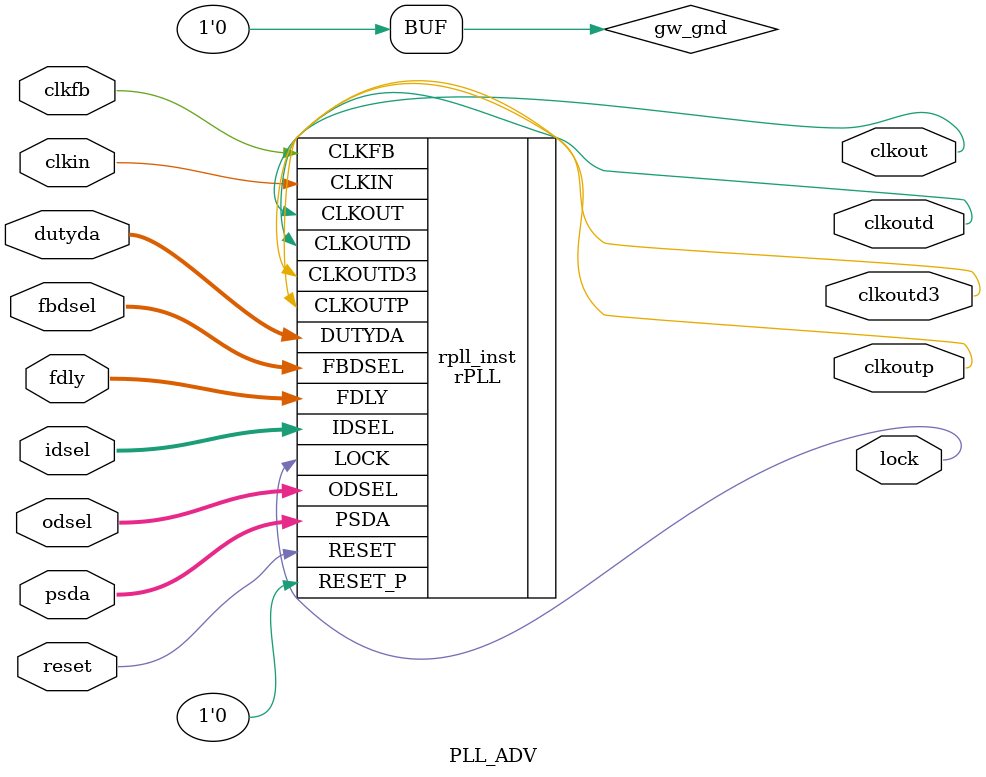
<source format=v>

module PLL_ADV (clkout, lock, clkoutp, clkoutd, clkoutd3, reset, clkin, clkfb, fbdsel, idsel, odsel, psda, dutyda, fdly);

output clkout;
output lock;
output clkoutp;
output clkoutd;
output clkoutd3;
input reset;
input clkin;
input clkfb;
input [5:0] fbdsel;
input [5:0] idsel;
input [5:0] odsel;
input [3:0] psda;
input [3:0] dutyda;
input [3:0] fdly;

wire gw_gnd;

assign gw_gnd = 1'b0;

rPLL rpll_inst (
    .CLKOUT(clkout),
    .LOCK(lock),
    .CLKOUTP(clkoutp),
    .CLKOUTD(clkoutd),
    .CLKOUTD3(clkoutd3),
    .RESET(reset),
    .RESET_P(gw_gnd),
    .CLKIN(clkin),
    .CLKFB(clkfb),
    .FBDSEL(fbdsel),
    .IDSEL(idsel),
    .ODSEL(odsel),
    .PSDA(psda),
    .DUTYDA(dutyda),
    .FDLY(fdly)
);

defparam rpll_inst.FCLKIN = "125";
defparam rpll_inst.DYN_IDIV_SEL = "true";
defparam rpll_inst.IDIV_SEL = 0;
defparam rpll_inst.DYN_FBDIV_SEL = "true";
defparam rpll_inst.FBDIV_SEL = 1;
defparam rpll_inst.DYN_ODIV_SEL = "true";
defparam rpll_inst.ODIV_SEL = 2;
defparam rpll_inst.PSDA_SEL = "0000";
defparam rpll_inst.DYN_DA_EN = "true";
defparam rpll_inst.DUTYDA_SEL = "1000";
defparam rpll_inst.CLKOUT_FT_DIR = 1'b1;
defparam rpll_inst.CLKOUTP_FT_DIR = 1'b1;
defparam rpll_inst.CLKOUT_DLY_STEP = 0;
defparam rpll_inst.CLKOUTP_DLY_STEP = 0;
defparam rpll_inst.CLKFB_SEL = "external";
defparam rpll_inst.CLKOUT_BYPASS = "false";
defparam rpll_inst.CLKOUTP_BYPASS = "false";
defparam rpll_inst.CLKOUTD_BYPASS = "false";
defparam rpll_inst.DYN_SDIV_SEL = 2;
defparam rpll_inst.CLKOUTD_SRC = "CLKOUT";
defparam rpll_inst.CLKOUTD3_SRC = "CLKOUT";
defparam rpll_inst.DEVICE = "GW2A-55";

endmodule //PLL_ADV

</source>
